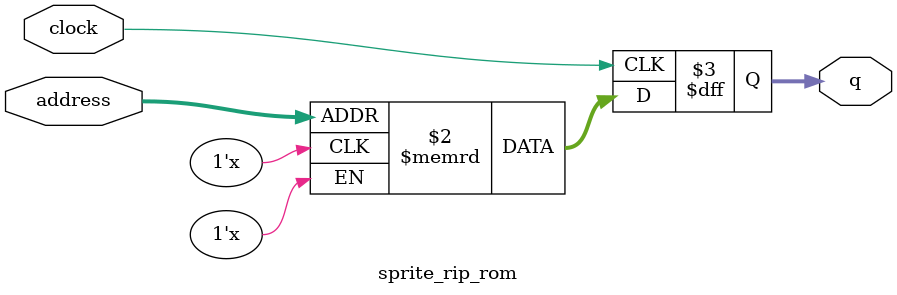
<source format=sv>
module sprite_rip_rom (
	input logic clock,
	input logic [17:0] address,
	output logic [7:0] q
);

logic [7:0] memory [0:179999] /* synthesis ram_init_file = "./sprite_rip/sprite_rip.mif" */;

always_ff @ (posedge clock) begin
	q <= memory[address];
end

endmodule

</source>
